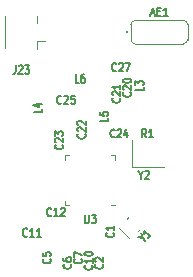
<source format=gbr>
%TF.GenerationSoftware,KiCad,Pcbnew,(5.1.6)-1*%
%TF.CreationDate,2021-01-29T18:20:15+05:30*%
%TF.ProjectId,Bluetooth_Module,426c7565-746f-46f7-9468-5f4d6f64756c,rev?*%
%TF.SameCoordinates,Original*%
%TF.FileFunction,Legend,Top*%
%TF.FilePolarity,Positive*%
%FSLAX46Y46*%
G04 Gerber Fmt 4.6, Leading zero omitted, Abs format (unit mm)*
G04 Created by KiCad (PCBNEW (5.1.6)-1) date 2021-01-29 18:20:15*
%MOMM*%
%LPD*%
G01*
G04 APERTURE LIST*
%ADD10C,0.100000*%
%ADD11C,0.120000*%
%ADD12C,0.130000*%
G04 APERTURE END LIST*
D10*
%TO.C,AE1*%
X111050000Y-77350000D02*
X111050000Y-78650000D01*
X115850000Y-77350000D02*
X115850000Y-78650000D01*
X115500000Y-79000000D02*
X111400000Y-79000000D01*
X115500000Y-77000000D02*
X111400000Y-77000000D01*
D11*
X110795711Y-78000000D02*
G75*
G03*
X110795711Y-78000000I-70711J0D01*
G01*
D10*
X111050000Y-77350000D02*
G75*
G02*
X111400000Y-77000000I400000J-50000D01*
G01*
X115500000Y-77000000D02*
G75*
G02*
X115850000Y-77350000I-50000J-400000D01*
G01*
X111400000Y-79000000D02*
G75*
G02*
X111050000Y-78650000I50000J400000D01*
G01*
X115850000Y-78650000D02*
G75*
G02*
X115500000Y-79000000I-400000J50000D01*
G01*
D11*
%TO.C,U3*%
X105840000Y-92660000D02*
X105490000Y-92660000D01*
X105490000Y-92660000D02*
X105490000Y-92310000D01*
X109360000Y-88440000D02*
X109710000Y-88440000D01*
X109710000Y-88440000D02*
X109710000Y-88790000D01*
X105840000Y-88440000D02*
X105490000Y-88440000D01*
X105490000Y-88440000D02*
X105490000Y-88790000D01*
X109360000Y-92660000D02*
X109710000Y-92660000D01*
%TO.C,Y1*%
X110047918Y-94603553D02*
X110896447Y-95452082D01*
X111674264Y-94815685D02*
X111815685Y-94674264D01*
X110684315Y-93825736D02*
X110825736Y-93684315D01*
%TO.C,Y2*%
X111150000Y-89400000D02*
X113850000Y-89400000D01*
X111150000Y-87100000D02*
X111150000Y-89400000D01*
%TO.C,J23*%
X103135000Y-79400000D02*
X103135000Y-78760000D01*
X103135000Y-76600000D02*
X103135000Y-77240000D01*
X103135000Y-78760000D02*
X103765000Y-78760000D01*
X100415000Y-79350000D02*
X100415000Y-76650000D01*
%TO.C,C25*%
D12*
X105164285Y-84000000D02*
X105135714Y-84033333D01*
X105050000Y-84066666D01*
X104992857Y-84066666D01*
X104907142Y-84033333D01*
X104850000Y-83966666D01*
X104821428Y-83900000D01*
X104792857Y-83766666D01*
X104792857Y-83666666D01*
X104821428Y-83533333D01*
X104850000Y-83466666D01*
X104907142Y-83400000D01*
X104992857Y-83366666D01*
X105050000Y-83366666D01*
X105135714Y-83400000D01*
X105164285Y-83433333D01*
X105392857Y-83433333D02*
X105421428Y-83400000D01*
X105478571Y-83366666D01*
X105621428Y-83366666D01*
X105678571Y-83400000D01*
X105707142Y-83433333D01*
X105735714Y-83500000D01*
X105735714Y-83566666D01*
X105707142Y-83666666D01*
X105364285Y-84066666D01*
X105735714Y-84066666D01*
X106278571Y-83366666D02*
X105992857Y-83366666D01*
X105964285Y-83700000D01*
X105992857Y-83666666D01*
X106050000Y-83633333D01*
X106192857Y-83633333D01*
X106250000Y-83666666D01*
X106278571Y-83700000D01*
X106307142Y-83766666D01*
X106307142Y-83933333D01*
X106278571Y-84000000D01*
X106250000Y-84033333D01*
X106192857Y-84066666D01*
X106050000Y-84066666D01*
X105992857Y-84033333D01*
X105964285Y-84000000D01*
%TO.C,AE1*%
X112750000Y-76416666D02*
X113035714Y-76416666D01*
X112692857Y-76616666D02*
X112892857Y-75916666D01*
X113092857Y-76616666D01*
X113292857Y-76250000D02*
X113492857Y-76250000D01*
X113578571Y-76616666D02*
X113292857Y-76616666D01*
X113292857Y-75916666D01*
X113578571Y-75916666D01*
X114150000Y-76616666D02*
X113807142Y-76616666D01*
X113978571Y-76616666D02*
X113978571Y-75916666D01*
X113921428Y-76016666D01*
X113864285Y-76083333D01*
X113807142Y-76116666D01*
%TO.C,C1*%
X109550000Y-94975000D02*
X109583333Y-95003571D01*
X109616666Y-95089285D01*
X109616666Y-95146428D01*
X109583333Y-95232142D01*
X109516666Y-95289285D01*
X109450000Y-95317857D01*
X109316666Y-95346428D01*
X109216666Y-95346428D01*
X109083333Y-95317857D01*
X109016666Y-95289285D01*
X108950000Y-95232142D01*
X108916666Y-95146428D01*
X108916666Y-95089285D01*
X108950000Y-95003571D01*
X108983333Y-94975000D01*
X109616666Y-94403571D02*
X109616666Y-94746428D01*
X109616666Y-94575000D02*
X108916666Y-94575000D01*
X109016666Y-94632142D01*
X109083333Y-94689285D01*
X109116666Y-94746428D01*
%TO.C,C2*%
X108650000Y-97650000D02*
X108683333Y-97678571D01*
X108716666Y-97764285D01*
X108716666Y-97821428D01*
X108683333Y-97907142D01*
X108616666Y-97964285D01*
X108550000Y-97992857D01*
X108416666Y-98021428D01*
X108316666Y-98021428D01*
X108183333Y-97992857D01*
X108116666Y-97964285D01*
X108050000Y-97907142D01*
X108016666Y-97821428D01*
X108016666Y-97764285D01*
X108050000Y-97678571D01*
X108083333Y-97650000D01*
X108083333Y-97421428D02*
X108050000Y-97392857D01*
X108016666Y-97335714D01*
X108016666Y-97192857D01*
X108050000Y-97135714D01*
X108083333Y-97107142D01*
X108150000Y-97078571D01*
X108216666Y-97078571D01*
X108316666Y-97107142D01*
X108716666Y-97450000D01*
X108716666Y-97078571D01*
%TO.C,C5*%
X104200000Y-97200000D02*
X104233333Y-97228571D01*
X104266666Y-97314285D01*
X104266666Y-97371428D01*
X104233333Y-97457142D01*
X104166666Y-97514285D01*
X104100000Y-97542857D01*
X103966666Y-97571428D01*
X103866666Y-97571428D01*
X103733333Y-97542857D01*
X103666666Y-97514285D01*
X103600000Y-97457142D01*
X103566666Y-97371428D01*
X103566666Y-97314285D01*
X103600000Y-97228571D01*
X103633333Y-97200000D01*
X103566666Y-96657142D02*
X103566666Y-96942857D01*
X103900000Y-96971428D01*
X103866666Y-96942857D01*
X103833333Y-96885714D01*
X103833333Y-96742857D01*
X103866666Y-96685714D01*
X103900000Y-96657142D01*
X103966666Y-96628571D01*
X104133333Y-96628571D01*
X104200000Y-96657142D01*
X104233333Y-96685714D01*
X104266666Y-96742857D01*
X104266666Y-96885714D01*
X104233333Y-96942857D01*
X104200000Y-96971428D01*
%TO.C,C6*%
X105950000Y-97650000D02*
X105983333Y-97678571D01*
X106016666Y-97764285D01*
X106016666Y-97821428D01*
X105983333Y-97907142D01*
X105916666Y-97964285D01*
X105850000Y-97992857D01*
X105716666Y-98021428D01*
X105616666Y-98021428D01*
X105483333Y-97992857D01*
X105416666Y-97964285D01*
X105350000Y-97907142D01*
X105316666Y-97821428D01*
X105316666Y-97764285D01*
X105350000Y-97678571D01*
X105383333Y-97650000D01*
X105316666Y-97135714D02*
X105316666Y-97250000D01*
X105350000Y-97307142D01*
X105383333Y-97335714D01*
X105483333Y-97392857D01*
X105616666Y-97421428D01*
X105883333Y-97421428D01*
X105950000Y-97392857D01*
X105983333Y-97364285D01*
X106016666Y-97307142D01*
X106016666Y-97192857D01*
X105983333Y-97135714D01*
X105950000Y-97107142D01*
X105883333Y-97078571D01*
X105716666Y-97078571D01*
X105650000Y-97107142D01*
X105616666Y-97135714D01*
X105583333Y-97192857D01*
X105583333Y-97307142D01*
X105616666Y-97364285D01*
X105650000Y-97392857D01*
X105716666Y-97421428D01*
%TO.C,C7*%
X106850000Y-97200000D02*
X106883333Y-97228571D01*
X106916666Y-97314285D01*
X106916666Y-97371428D01*
X106883333Y-97457142D01*
X106816666Y-97514285D01*
X106750000Y-97542857D01*
X106616666Y-97571428D01*
X106516666Y-97571428D01*
X106383333Y-97542857D01*
X106316666Y-97514285D01*
X106250000Y-97457142D01*
X106216666Y-97371428D01*
X106216666Y-97314285D01*
X106250000Y-97228571D01*
X106283333Y-97200000D01*
X106216666Y-97000000D02*
X106216666Y-96600000D01*
X106916666Y-96857142D01*
%TO.C,C10*%
X107750000Y-97735714D02*
X107783333Y-97764285D01*
X107816666Y-97850000D01*
X107816666Y-97907142D01*
X107783333Y-97992857D01*
X107716666Y-98050000D01*
X107650000Y-98078571D01*
X107516666Y-98107142D01*
X107416666Y-98107142D01*
X107283333Y-98078571D01*
X107216666Y-98050000D01*
X107150000Y-97992857D01*
X107116666Y-97907142D01*
X107116666Y-97850000D01*
X107150000Y-97764285D01*
X107183333Y-97735714D01*
X107816666Y-97164285D02*
X107816666Y-97507142D01*
X107816666Y-97335714D02*
X107116666Y-97335714D01*
X107216666Y-97392857D01*
X107283333Y-97450000D01*
X107316666Y-97507142D01*
X107116666Y-96792857D02*
X107116666Y-96735714D01*
X107150000Y-96678571D01*
X107183333Y-96650000D01*
X107250000Y-96621428D01*
X107383333Y-96592857D01*
X107550000Y-96592857D01*
X107683333Y-96621428D01*
X107750000Y-96650000D01*
X107783333Y-96678571D01*
X107816666Y-96735714D01*
X107816666Y-96792857D01*
X107783333Y-96850000D01*
X107750000Y-96878571D01*
X107683333Y-96907142D01*
X107550000Y-96935714D01*
X107383333Y-96935714D01*
X107250000Y-96907142D01*
X107183333Y-96878571D01*
X107150000Y-96850000D01*
X107116666Y-96792857D01*
%TO.C,C11*%
X102264285Y-95250000D02*
X102235714Y-95283333D01*
X102150000Y-95316666D01*
X102092857Y-95316666D01*
X102007142Y-95283333D01*
X101950000Y-95216666D01*
X101921428Y-95150000D01*
X101892857Y-95016666D01*
X101892857Y-94916666D01*
X101921428Y-94783333D01*
X101950000Y-94716666D01*
X102007142Y-94650000D01*
X102092857Y-94616666D01*
X102150000Y-94616666D01*
X102235714Y-94650000D01*
X102264285Y-94683333D01*
X102835714Y-95316666D02*
X102492857Y-95316666D01*
X102664285Y-95316666D02*
X102664285Y-94616666D01*
X102607142Y-94716666D01*
X102550000Y-94783333D01*
X102492857Y-94816666D01*
X103407142Y-95316666D02*
X103064285Y-95316666D01*
X103235714Y-95316666D02*
X103235714Y-94616666D01*
X103178571Y-94716666D01*
X103121428Y-94783333D01*
X103064285Y-94816666D01*
%TO.C,C12*%
X104314285Y-93500000D02*
X104285714Y-93533333D01*
X104200000Y-93566666D01*
X104142857Y-93566666D01*
X104057142Y-93533333D01*
X104000000Y-93466666D01*
X103971428Y-93400000D01*
X103942857Y-93266666D01*
X103942857Y-93166666D01*
X103971428Y-93033333D01*
X104000000Y-92966666D01*
X104057142Y-92900000D01*
X104142857Y-92866666D01*
X104200000Y-92866666D01*
X104285714Y-92900000D01*
X104314285Y-92933333D01*
X104885714Y-93566666D02*
X104542857Y-93566666D01*
X104714285Y-93566666D02*
X104714285Y-92866666D01*
X104657142Y-92966666D01*
X104600000Y-93033333D01*
X104542857Y-93066666D01*
X105114285Y-92933333D02*
X105142857Y-92900000D01*
X105200000Y-92866666D01*
X105342857Y-92866666D01*
X105400000Y-92900000D01*
X105428571Y-92933333D01*
X105457142Y-93000000D01*
X105457142Y-93066666D01*
X105428571Y-93166666D01*
X105085714Y-93566666D01*
X105457142Y-93566666D01*
%TO.C,C20*%
X111000000Y-83085714D02*
X111033333Y-83114285D01*
X111066666Y-83200000D01*
X111066666Y-83257142D01*
X111033333Y-83342857D01*
X110966666Y-83400000D01*
X110900000Y-83428571D01*
X110766666Y-83457142D01*
X110666666Y-83457142D01*
X110533333Y-83428571D01*
X110466666Y-83400000D01*
X110400000Y-83342857D01*
X110366666Y-83257142D01*
X110366666Y-83200000D01*
X110400000Y-83114285D01*
X110433333Y-83085714D01*
X110433333Y-82857142D02*
X110400000Y-82828571D01*
X110366666Y-82771428D01*
X110366666Y-82628571D01*
X110400000Y-82571428D01*
X110433333Y-82542857D01*
X110500000Y-82514285D01*
X110566666Y-82514285D01*
X110666666Y-82542857D01*
X111066666Y-82885714D01*
X111066666Y-82514285D01*
X110366666Y-82142857D02*
X110366666Y-82085714D01*
X110400000Y-82028571D01*
X110433333Y-82000000D01*
X110500000Y-81971428D01*
X110633333Y-81942857D01*
X110800000Y-81942857D01*
X110933333Y-81971428D01*
X111000000Y-82000000D01*
X111033333Y-82028571D01*
X111066666Y-82085714D01*
X111066666Y-82142857D01*
X111033333Y-82200000D01*
X111000000Y-82228571D01*
X110933333Y-82257142D01*
X110800000Y-82285714D01*
X110633333Y-82285714D01*
X110500000Y-82257142D01*
X110433333Y-82228571D01*
X110400000Y-82200000D01*
X110366666Y-82142857D01*
%TO.C,C21*%
X110100000Y-83585714D02*
X110133333Y-83614285D01*
X110166666Y-83700000D01*
X110166666Y-83757142D01*
X110133333Y-83842857D01*
X110066666Y-83900000D01*
X110000000Y-83928571D01*
X109866666Y-83957142D01*
X109766666Y-83957142D01*
X109633333Y-83928571D01*
X109566666Y-83900000D01*
X109500000Y-83842857D01*
X109466666Y-83757142D01*
X109466666Y-83700000D01*
X109500000Y-83614285D01*
X109533333Y-83585714D01*
X109533333Y-83357142D02*
X109500000Y-83328571D01*
X109466666Y-83271428D01*
X109466666Y-83128571D01*
X109500000Y-83071428D01*
X109533333Y-83042857D01*
X109600000Y-83014285D01*
X109666666Y-83014285D01*
X109766666Y-83042857D01*
X110166666Y-83385714D01*
X110166666Y-83014285D01*
X110166666Y-82442857D02*
X110166666Y-82785714D01*
X110166666Y-82614285D02*
X109466666Y-82614285D01*
X109566666Y-82671428D01*
X109633333Y-82728571D01*
X109666666Y-82785714D01*
%TO.C,C22*%
X107150000Y-86635714D02*
X107183333Y-86664285D01*
X107216666Y-86750000D01*
X107216666Y-86807142D01*
X107183333Y-86892857D01*
X107116666Y-86950000D01*
X107050000Y-86978571D01*
X106916666Y-87007142D01*
X106816666Y-87007142D01*
X106683333Y-86978571D01*
X106616666Y-86950000D01*
X106550000Y-86892857D01*
X106516666Y-86807142D01*
X106516666Y-86750000D01*
X106550000Y-86664285D01*
X106583333Y-86635714D01*
X106583333Y-86407142D02*
X106550000Y-86378571D01*
X106516666Y-86321428D01*
X106516666Y-86178571D01*
X106550000Y-86121428D01*
X106583333Y-86092857D01*
X106650000Y-86064285D01*
X106716666Y-86064285D01*
X106816666Y-86092857D01*
X107216666Y-86435714D01*
X107216666Y-86064285D01*
X106583333Y-85835714D02*
X106550000Y-85807142D01*
X106516666Y-85750000D01*
X106516666Y-85607142D01*
X106550000Y-85550000D01*
X106583333Y-85521428D01*
X106650000Y-85492857D01*
X106716666Y-85492857D01*
X106816666Y-85521428D01*
X107216666Y-85864285D01*
X107216666Y-85492857D01*
%TO.C,C23*%
X105250000Y-87535714D02*
X105283333Y-87564285D01*
X105316666Y-87650000D01*
X105316666Y-87707142D01*
X105283333Y-87792857D01*
X105216666Y-87850000D01*
X105150000Y-87878571D01*
X105016666Y-87907142D01*
X104916666Y-87907142D01*
X104783333Y-87878571D01*
X104716666Y-87850000D01*
X104650000Y-87792857D01*
X104616666Y-87707142D01*
X104616666Y-87650000D01*
X104650000Y-87564285D01*
X104683333Y-87535714D01*
X104683333Y-87307142D02*
X104650000Y-87278571D01*
X104616666Y-87221428D01*
X104616666Y-87078571D01*
X104650000Y-87021428D01*
X104683333Y-86992857D01*
X104750000Y-86964285D01*
X104816666Y-86964285D01*
X104916666Y-86992857D01*
X105316666Y-87335714D01*
X105316666Y-86964285D01*
X104616666Y-86764285D02*
X104616666Y-86392857D01*
X104883333Y-86592857D01*
X104883333Y-86507142D01*
X104916666Y-86450000D01*
X104950000Y-86421428D01*
X105016666Y-86392857D01*
X105183333Y-86392857D01*
X105250000Y-86421428D01*
X105283333Y-86450000D01*
X105316666Y-86507142D01*
X105316666Y-86678571D01*
X105283333Y-86735714D01*
X105250000Y-86764285D01*
%TO.C,C24*%
X109664285Y-86850000D02*
X109635714Y-86883333D01*
X109550000Y-86916666D01*
X109492857Y-86916666D01*
X109407142Y-86883333D01*
X109350000Y-86816666D01*
X109321428Y-86750000D01*
X109292857Y-86616666D01*
X109292857Y-86516666D01*
X109321428Y-86383333D01*
X109350000Y-86316666D01*
X109407142Y-86250000D01*
X109492857Y-86216666D01*
X109550000Y-86216666D01*
X109635714Y-86250000D01*
X109664285Y-86283333D01*
X109892857Y-86283333D02*
X109921428Y-86250000D01*
X109978571Y-86216666D01*
X110121428Y-86216666D01*
X110178571Y-86250000D01*
X110207142Y-86283333D01*
X110235714Y-86350000D01*
X110235714Y-86416666D01*
X110207142Y-86516666D01*
X109864285Y-86916666D01*
X110235714Y-86916666D01*
X110750000Y-86450000D02*
X110750000Y-86916666D01*
X110607142Y-86183333D02*
X110464285Y-86683333D01*
X110835714Y-86683333D01*
%TO.C,C27*%
X109814285Y-81250000D02*
X109785714Y-81283333D01*
X109700000Y-81316666D01*
X109642857Y-81316666D01*
X109557142Y-81283333D01*
X109500000Y-81216666D01*
X109471428Y-81150000D01*
X109442857Y-81016666D01*
X109442857Y-80916666D01*
X109471428Y-80783333D01*
X109500000Y-80716666D01*
X109557142Y-80650000D01*
X109642857Y-80616666D01*
X109700000Y-80616666D01*
X109785714Y-80650000D01*
X109814285Y-80683333D01*
X110042857Y-80683333D02*
X110071428Y-80650000D01*
X110128571Y-80616666D01*
X110271428Y-80616666D01*
X110328571Y-80650000D01*
X110357142Y-80683333D01*
X110385714Y-80750000D01*
X110385714Y-80816666D01*
X110357142Y-80916666D01*
X110014285Y-81316666D01*
X110385714Y-81316666D01*
X110585714Y-80616666D02*
X110985714Y-80616666D01*
X110728571Y-81316666D01*
%TO.C,L3*%
X112116666Y-82650000D02*
X112116666Y-82935714D01*
X111416666Y-82935714D01*
X111416666Y-82507142D02*
X111416666Y-82135714D01*
X111683333Y-82335714D01*
X111683333Y-82250000D01*
X111716666Y-82192857D01*
X111750000Y-82164285D01*
X111816666Y-82135714D01*
X111983333Y-82135714D01*
X112050000Y-82164285D01*
X112083333Y-82192857D01*
X112116666Y-82250000D01*
X112116666Y-82421428D01*
X112083333Y-82478571D01*
X112050000Y-82507142D01*
%TO.C,L4*%
X103516666Y-84500000D02*
X103516666Y-84785714D01*
X102816666Y-84785714D01*
X103050000Y-84042857D02*
X103516666Y-84042857D01*
X102783333Y-84185714D02*
X103283333Y-84328571D01*
X103283333Y-83957142D01*
%TO.C,L5*%
X109116666Y-85250000D02*
X109116666Y-85535714D01*
X108416666Y-85535714D01*
X108416666Y-84764285D02*
X108416666Y-85050000D01*
X108750000Y-85078571D01*
X108716666Y-85050000D01*
X108683333Y-84992857D01*
X108683333Y-84850000D01*
X108716666Y-84792857D01*
X108750000Y-84764285D01*
X108816666Y-84735714D01*
X108983333Y-84735714D01*
X109050000Y-84764285D01*
X109083333Y-84792857D01*
X109116666Y-84850000D01*
X109116666Y-84992857D01*
X109083333Y-85050000D01*
X109050000Y-85078571D01*
%TO.C,L6*%
X106650000Y-82266666D02*
X106364285Y-82266666D01*
X106364285Y-81566666D01*
X107107142Y-81566666D02*
X106992857Y-81566666D01*
X106935714Y-81600000D01*
X106907142Y-81633333D01*
X106850000Y-81733333D01*
X106821428Y-81866666D01*
X106821428Y-82133333D01*
X106850000Y-82200000D01*
X106878571Y-82233333D01*
X106935714Y-82266666D01*
X107050000Y-82266666D01*
X107107142Y-82233333D01*
X107135714Y-82200000D01*
X107164285Y-82133333D01*
X107164285Y-81966666D01*
X107135714Y-81900000D01*
X107107142Y-81866666D01*
X107050000Y-81833333D01*
X106935714Y-81833333D01*
X106878571Y-81866666D01*
X106850000Y-81900000D01*
X106821428Y-81966666D01*
%TO.C,R1*%
X112350000Y-86916666D02*
X112150000Y-86583333D01*
X112007142Y-86916666D02*
X112007142Y-86216666D01*
X112235714Y-86216666D01*
X112292857Y-86250000D01*
X112321428Y-86283333D01*
X112350000Y-86350000D01*
X112350000Y-86450000D01*
X112321428Y-86516666D01*
X112292857Y-86550000D01*
X112235714Y-86583333D01*
X112007142Y-86583333D01*
X112921428Y-86916666D02*
X112578571Y-86916666D01*
X112750000Y-86916666D02*
X112750000Y-86216666D01*
X112692857Y-86316666D01*
X112635714Y-86383333D01*
X112578571Y-86416666D01*
%TO.C,U3*%
X107142857Y-93466666D02*
X107142857Y-94033333D01*
X107171428Y-94100000D01*
X107200000Y-94133333D01*
X107257142Y-94166666D01*
X107371428Y-94166666D01*
X107428571Y-94133333D01*
X107457142Y-94100000D01*
X107485714Y-94033333D01*
X107485714Y-93466666D01*
X107714285Y-93466666D02*
X108085714Y-93466666D01*
X107885714Y-93733333D01*
X107971428Y-93733333D01*
X108028571Y-93766666D01*
X108057142Y-93800000D01*
X108085714Y-93866666D01*
X108085714Y-94033333D01*
X108057142Y-94100000D01*
X108028571Y-94133333D01*
X107971428Y-94166666D01*
X107800000Y-94166666D01*
X107742857Y-94133333D01*
X107714285Y-94100000D01*
%TO.C,Y1*%
X112036184Y-95440245D02*
X112271886Y-95675947D01*
X111635490Y-95322394D02*
X112036184Y-95440245D01*
X111918333Y-95039551D01*
X112776962Y-95170871D02*
X112534526Y-95413307D01*
X112655744Y-95292089D02*
X112160769Y-94797114D01*
X112191074Y-94908231D01*
X112197808Y-94995778D01*
X112180972Y-95059754D01*
%TO.C,Y2*%
X111864285Y-90083333D02*
X111864285Y-90416666D01*
X111664285Y-89716666D02*
X111864285Y-90083333D01*
X112064285Y-89716666D01*
X112235714Y-89783333D02*
X112264285Y-89750000D01*
X112321428Y-89716666D01*
X112464285Y-89716666D01*
X112521428Y-89750000D01*
X112550000Y-89783333D01*
X112578571Y-89850000D01*
X112578571Y-89916666D01*
X112550000Y-90016666D01*
X112207142Y-90416666D01*
X112578571Y-90416666D01*
%TO.C,J23*%
X101289285Y-80816666D02*
X101289285Y-81316666D01*
X101260714Y-81416666D01*
X101203571Y-81483333D01*
X101117857Y-81516666D01*
X101060714Y-81516666D01*
X101546428Y-80883333D02*
X101575000Y-80850000D01*
X101632142Y-80816666D01*
X101775000Y-80816666D01*
X101832142Y-80850000D01*
X101860714Y-80883333D01*
X101889285Y-80950000D01*
X101889285Y-81016666D01*
X101860714Y-81116666D01*
X101517857Y-81516666D01*
X101889285Y-81516666D01*
X102089285Y-80816666D02*
X102460714Y-80816666D01*
X102260714Y-81083333D01*
X102346428Y-81083333D01*
X102403571Y-81116666D01*
X102432142Y-81150000D01*
X102460714Y-81216666D01*
X102460714Y-81383333D01*
X102432142Y-81450000D01*
X102403571Y-81483333D01*
X102346428Y-81516666D01*
X102175000Y-81516666D01*
X102117857Y-81483333D01*
X102089285Y-81450000D01*
%TD*%
M02*

</source>
